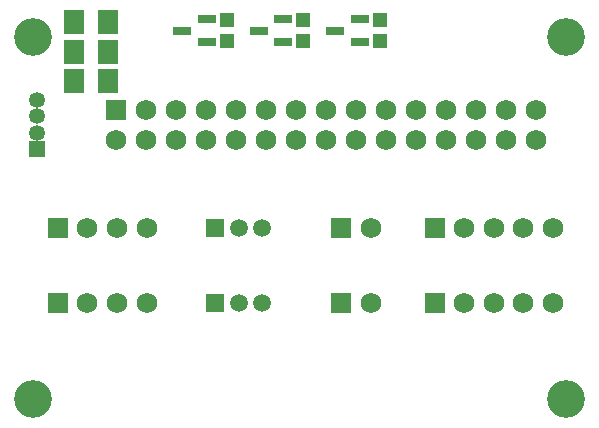
<source format=gts>
%FSTAX23Y23*%
%MOIN*%
%SFA1B1*%

%IPPOS*%
%ADD31R,0.062990X0.031500*%
%ADD32R,0.066930X0.078740*%
%ADD33R,0.047240X0.047240*%
%ADD34C,0.068900*%
%ADD35R,0.068900X0.068900*%
%ADD36C,0.125980*%
%ADD37C,0.053150*%
%ADD38R,0.053150X0.053150*%
%ADD39C,0.059060*%
%ADD40R,0.059060X0.059060*%
%LNpanel-1*%
%LPD*%
G54D31*
X00952Y01309D03*
Y01383D03*
X0087Y01346D03*
X01208Y01309D03*
Y01383D03*
X01125Y01346D03*
X00696Y01309D03*
Y01383D03*
X00614Y01346D03*
G54D32*
X00253Y01374D03*
X00368D03*
Y01275D03*
X00253D03*
X00368Y01177D03*
X00253D03*
G54D33*
X01275Y01311D03*
Y01381D03*
X01019Y01311D03*
Y01381D03*
X00763D03*
Y01311D03*
G54D34*
X01793Y01082D03*
Y00982D03*
X01693Y01082D03*
Y00982D03*
X01593Y01082D03*
Y00982D03*
X01493Y01082D03*
Y00982D03*
X01393D03*
Y01082D03*
X00993D03*
Y00982D03*
X00893D03*
Y01082D03*
X00493D03*
X00593D03*
X00793D03*
X00693D03*
Y00982D03*
X00793D03*
X00593D03*
X00493D03*
X00393D03*
X01093D03*
Y01082D03*
X01193Y00982D03*
Y01082D03*
X01293Y00982D03*
Y01082D03*
X01244Y00437D03*
X00299D03*
X00397D03*
X00496D03*
X0185D03*
X01751D03*
X01653D03*
X01555D03*
X0185Y00688D03*
X01751D03*
X01653D03*
X01555D03*
X01244D03*
X00299D03*
X00397D03*
X00496D03*
G54D35*
X00393Y01082D03*
X01145Y00437D03*
X002D03*
X01456D03*
Y00688D03*
X01145D03*
X002D03*
G54D36*
X01894Y01325D03*
X00118D03*
Y00118D03*
X01894D03*
G54D37*
X00131Y01116D03*
Y01061D03*
Y01006D03*
G54D38*
X00131Y00951D03*
G54D39*
X00881Y00688D03*
X00803D03*
X00881Y00437D03*
X00803D03*
G54D40*
X00724Y00688D03*
Y00437D03*
M02*
</source>
